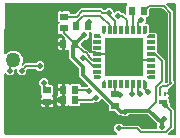
<source format=gbr>
G04 EAGLE Gerber RS-274X export*
G75*
%MOMM*%
%FSLAX34Y34*%
%LPD*%
%INBottom Copper*%
%IPPOS*%
%AMOC8*
5,1,8,0,0,1.08239X$1,22.5*%
G01*
%ADD10R,0.600000X0.700000*%
%ADD11R,0.700000X0.600000*%
%ADD12C,1.270000*%
%ADD13R,0.650000X0.300000*%
%ADD14R,0.500000X0.300000*%
%ADD15R,0.300000X0.650000*%
%ADD16R,0.300000X0.500000*%
%ADD17R,3.200000X3.200000*%
%ADD18R,0.250000X0.400000*%
%ADD19R,0.700000X0.400000*%
%ADD20C,0.508000*%
%ADD21C,0.152400*%
%ADD22C,0.304800*%

G36*
X96878Y2044D02*
X96878Y2044D01*
X96950Y2046D01*
X96998Y2064D01*
X97050Y2072D01*
X97113Y2106D01*
X97181Y2131D01*
X97221Y2163D01*
X97267Y2188D01*
X97317Y2240D01*
X97373Y2284D01*
X97401Y2328D01*
X97437Y2366D01*
X97467Y2431D01*
X97506Y2491D01*
X97518Y2542D01*
X97540Y2589D01*
X97548Y2660D01*
X97566Y2730D01*
X97562Y2782D01*
X97567Y2833D01*
X97552Y2904D01*
X97546Y2975D01*
X97526Y3023D01*
X97515Y3074D01*
X97478Y3135D01*
X97450Y3201D01*
X97405Y3257D01*
X97389Y3285D01*
X97371Y3300D01*
X97345Y3332D01*
X94995Y5682D01*
X94995Y9050D01*
X97376Y11431D01*
X100744Y11431D01*
X102299Y9876D01*
X102373Y9823D01*
X102442Y9763D01*
X102472Y9751D01*
X102498Y9732D01*
X102585Y9705D01*
X102670Y9671D01*
X102711Y9667D01*
X102734Y9660D01*
X102766Y9661D01*
X102837Y9653D01*
X115534Y9653D01*
X118359Y6828D01*
X118433Y6775D01*
X118503Y6715D01*
X118533Y6703D01*
X118559Y6684D01*
X118646Y6657D01*
X118731Y6623D01*
X118772Y6619D01*
X118794Y6612D01*
X118826Y6613D01*
X118898Y6605D01*
X130810Y6605D01*
X130830Y6608D01*
X130849Y6606D01*
X130951Y6628D01*
X131053Y6644D01*
X131070Y6654D01*
X131090Y6658D01*
X131179Y6711D01*
X131270Y6760D01*
X131284Y6774D01*
X131301Y6784D01*
X131368Y6863D01*
X131440Y6938D01*
X131448Y6956D01*
X131461Y6971D01*
X131500Y7067D01*
X131543Y7161D01*
X131545Y7181D01*
X131553Y7199D01*
X131571Y7366D01*
X131571Y10615D01*
X131608Y10667D01*
X131614Y10686D01*
X131625Y10703D01*
X131650Y10803D01*
X131681Y10902D01*
X131680Y10922D01*
X131685Y10941D01*
X131677Y11044D01*
X131674Y11148D01*
X131667Y11166D01*
X131666Y11186D01*
X131625Y11281D01*
X131590Y11379D01*
X131577Y11394D01*
X131570Y11413D01*
X131465Y11544D01*
X123928Y19080D01*
X123854Y19133D01*
X123785Y19193D01*
X123755Y19205D01*
X123728Y19224D01*
X123641Y19251D01*
X123557Y19285D01*
X123516Y19289D01*
X123493Y19296D01*
X123461Y19295D01*
X123390Y19303D01*
X107917Y19303D01*
X107827Y19289D01*
X107736Y19281D01*
X107706Y19269D01*
X107674Y19264D01*
X107594Y19221D01*
X107510Y19185D01*
X107478Y19159D01*
X107457Y19148D01*
X107435Y19125D01*
X107379Y19080D01*
X105824Y17525D01*
X102456Y17525D01*
X101663Y18318D01*
X101589Y18371D01*
X101520Y18431D01*
X101490Y18443D01*
X101464Y18462D01*
X101377Y18489D01*
X101292Y18523D01*
X101251Y18527D01*
X101228Y18534D01*
X101196Y18533D01*
X101125Y18541D01*
X99455Y18541D01*
X96002Y21994D01*
X95928Y22047D01*
X95859Y22107D01*
X95829Y22119D01*
X95802Y22138D01*
X95715Y22165D01*
X95631Y22199D01*
X95590Y22203D01*
X95567Y22210D01*
X95535Y22209D01*
X95464Y22217D01*
X91434Y22217D01*
X90541Y23110D01*
X90541Y26244D01*
X90527Y26334D01*
X90519Y26425D01*
X90507Y26455D01*
X90502Y26487D01*
X90459Y26567D01*
X90423Y26651D01*
X90397Y26683D01*
X90386Y26704D01*
X90363Y26726D01*
X90318Y26782D01*
X84866Y32234D01*
X84808Y32276D01*
X84756Y32325D01*
X84709Y32347D01*
X84667Y32378D01*
X84598Y32399D01*
X84533Y32429D01*
X84481Y32435D01*
X84431Y32450D01*
X84360Y32448D01*
X84289Y32456D01*
X84238Y32445D01*
X84186Y32444D01*
X84118Y32419D01*
X84048Y32404D01*
X84003Y32377D01*
X83955Y32359D01*
X83899Y32314D01*
X83837Y32278D01*
X83803Y32238D01*
X83763Y32206D01*
X83724Y32145D01*
X83677Y32091D01*
X83658Y32042D01*
X83630Y31999D01*
X83612Y31929D01*
X83585Y31863D01*
X81186Y29463D01*
X78225Y29463D01*
X78134Y29449D01*
X78044Y29441D01*
X78014Y29429D01*
X77982Y29424D01*
X77901Y29381D01*
X77817Y29345D01*
X77785Y29319D01*
X77764Y29308D01*
X77742Y29285D01*
X77741Y29284D01*
X77739Y29283D01*
X77737Y29281D01*
X77686Y29240D01*
X77337Y28891D01*
X66850Y28891D01*
X66830Y28888D01*
X66811Y28890D01*
X66709Y28868D01*
X66607Y28852D01*
X66590Y28842D01*
X66570Y28838D01*
X66481Y28785D01*
X66390Y28736D01*
X66376Y28722D01*
X66359Y28712D01*
X66292Y28633D01*
X66220Y28558D01*
X66212Y28540D01*
X66199Y28525D01*
X66160Y28429D01*
X66117Y28335D01*
X66115Y28315D01*
X66107Y28297D01*
X66089Y28130D01*
X66089Y27046D01*
X65196Y26153D01*
X57932Y26153D01*
X57077Y27009D01*
X57039Y27036D01*
X57008Y27070D01*
X56940Y27107D01*
X56877Y27153D01*
X56833Y27166D01*
X56793Y27188D01*
X56716Y27202D01*
X56642Y27225D01*
X56596Y27224D01*
X56551Y27232D01*
X56474Y27221D01*
X56396Y27219D01*
X56353Y27203D01*
X56307Y27196D01*
X56238Y27161D01*
X56165Y27134D01*
X56129Y27106D01*
X56088Y27085D01*
X56034Y27029D01*
X55973Y26981D01*
X55948Y26942D01*
X55916Y26909D01*
X55872Y26830D01*
X55428Y26385D01*
X54867Y26153D01*
X53063Y26153D01*
X53063Y30440D01*
X53060Y30459D01*
X53062Y30479D01*
X53040Y30581D01*
X53024Y30683D01*
X53014Y30700D01*
X53010Y30720D01*
X52957Y30809D01*
X52908Y30900D01*
X52894Y30914D01*
X52884Y30931D01*
X52805Y30998D01*
X52730Y31069D01*
X52712Y31078D01*
X52697Y31091D01*
X52601Y31129D01*
X52507Y31173D01*
X52487Y31175D01*
X52469Y31182D01*
X52545Y31195D01*
X52562Y31204D01*
X52582Y31208D01*
X52671Y31261D01*
X52762Y31310D01*
X52776Y31324D01*
X52793Y31334D01*
X52860Y31413D01*
X52932Y31488D01*
X52940Y31506D01*
X52953Y31521D01*
X52992Y31618D01*
X53035Y31711D01*
X53037Y31731D01*
X53045Y31749D01*
X53063Y31916D01*
X53063Y36242D01*
X53067Y36242D01*
X53084Y36252D01*
X53104Y36256D01*
X53193Y36309D01*
X53284Y36358D01*
X53298Y36372D01*
X53315Y36382D01*
X53382Y36461D01*
X53454Y36536D01*
X53462Y36554D01*
X53475Y36569D01*
X53514Y36665D01*
X53557Y36759D01*
X53559Y36779D01*
X53567Y36797D01*
X53585Y36964D01*
X53585Y39504D01*
X53582Y39523D01*
X53584Y39543D01*
X53562Y39645D01*
X53546Y39747D01*
X53536Y39764D01*
X53532Y39784D01*
X53479Y39873D01*
X53430Y39964D01*
X53416Y39978D01*
X53406Y39995D01*
X53327Y40062D01*
X53252Y40133D01*
X53234Y40142D01*
X53219Y40155D01*
X53123Y40193D01*
X53029Y40237D01*
X53009Y40239D01*
X52991Y40246D01*
X53067Y40259D01*
X53084Y40268D01*
X53104Y40272D01*
X53193Y40325D01*
X53284Y40374D01*
X53298Y40388D01*
X53315Y40398D01*
X53382Y40477D01*
X53454Y40552D01*
X53462Y40570D01*
X53475Y40585D01*
X53514Y40682D01*
X53557Y40775D01*
X53559Y40795D01*
X53567Y40813D01*
X53585Y40980D01*
X53585Y45267D01*
X55389Y45267D01*
X55950Y45035D01*
X56390Y44594D01*
X56397Y44576D01*
X56445Y44515D01*
X56487Y44449D01*
X56522Y44420D01*
X56551Y44384D01*
X56616Y44342D01*
X56676Y44292D01*
X56719Y44276D01*
X56758Y44251D01*
X56833Y44232D01*
X56906Y44204D01*
X56952Y44202D01*
X56996Y44191D01*
X57074Y44197D01*
X57151Y44193D01*
X57196Y44206D01*
X57241Y44210D01*
X57313Y44240D01*
X57388Y44262D01*
X57425Y44288D01*
X57468Y44306D01*
X57574Y44391D01*
X57590Y44402D01*
X57593Y44406D01*
X57599Y44411D01*
X58454Y45267D01*
X65718Y45267D01*
X66611Y44374D01*
X66611Y43290D01*
X66614Y43270D01*
X66612Y43251D01*
X66634Y43149D01*
X66650Y43047D01*
X66660Y43030D01*
X66664Y43010D01*
X66717Y42921D01*
X66766Y42830D01*
X66780Y42816D01*
X66790Y42799D01*
X66869Y42732D01*
X66944Y42660D01*
X66962Y42652D01*
X66977Y42639D01*
X67073Y42600D01*
X67167Y42557D01*
X67187Y42555D01*
X67205Y42547D01*
X67372Y42529D01*
X71771Y42529D01*
X71861Y42543D01*
X71952Y42551D01*
X71982Y42563D01*
X72014Y42568D01*
X72094Y42611D01*
X72178Y42647D01*
X72210Y42673D01*
X72231Y42684D01*
X72253Y42707D01*
X72309Y42752D01*
X72509Y42951D01*
X72527Y42958D01*
X72579Y42966D01*
X72642Y43000D01*
X72709Y43025D01*
X72750Y43057D01*
X72796Y43082D01*
X72845Y43134D01*
X72901Y43178D01*
X72930Y43222D01*
X72965Y43260D01*
X72996Y43325D01*
X73034Y43385D01*
X73047Y43436D01*
X73069Y43483D01*
X73077Y43554D01*
X73094Y43624D01*
X73090Y43676D01*
X73096Y43727D01*
X73081Y43798D01*
X73075Y43869D01*
X73055Y43917D01*
X73044Y43968D01*
X73007Y44029D01*
X72979Y44095D01*
X72934Y44151D01*
X72918Y44179D01*
X72900Y44194D01*
X72874Y44226D01*
X67540Y49560D01*
X65531Y51569D01*
X65531Y57858D01*
X65517Y57948D01*
X65509Y58039D01*
X65497Y58069D01*
X65492Y58101D01*
X65449Y58181D01*
X65413Y58265D01*
X65387Y58297D01*
X65376Y58318D01*
X65353Y58340D01*
X65308Y58396D01*
X56895Y66809D01*
X56895Y73456D01*
X56888Y73501D01*
X56890Y73547D01*
X56868Y73622D01*
X56856Y73699D01*
X56834Y73739D01*
X56821Y73783D01*
X56777Y73847D01*
X56740Y73916D01*
X56707Y73948D01*
X56681Y73985D01*
X56619Y74032D01*
X56562Y74085D01*
X56520Y74105D01*
X56484Y74132D01*
X56410Y74156D01*
X56339Y74189D01*
X56293Y74194D01*
X56250Y74208D01*
X56172Y74208D01*
X56095Y74216D01*
X56050Y74206D01*
X56004Y74206D01*
X55872Y74168D01*
X55854Y74164D01*
X55850Y74161D01*
X55843Y74159D01*
X55355Y73957D01*
X53551Y73957D01*
X53551Y78244D01*
X53548Y78263D01*
X53550Y78283D01*
X53528Y78385D01*
X53512Y78487D01*
X53502Y78504D01*
X53498Y78524D01*
X53445Y78613D01*
X53396Y78704D01*
X53382Y78718D01*
X53372Y78735D01*
X53293Y78802D01*
X53218Y78873D01*
X53200Y78882D01*
X53185Y78895D01*
X53089Y78933D01*
X52995Y78977D01*
X52975Y78979D01*
X52957Y78986D01*
X53033Y78999D01*
X53050Y79008D01*
X53070Y79012D01*
X53159Y79065D01*
X53250Y79114D01*
X53264Y79128D01*
X53281Y79138D01*
X53348Y79217D01*
X53420Y79292D01*
X53428Y79310D01*
X53441Y79325D01*
X53480Y79422D01*
X53523Y79515D01*
X53525Y79535D01*
X53533Y79553D01*
X53551Y79720D01*
X53551Y83933D01*
X53537Y84024D01*
X53529Y84114D01*
X53517Y84144D01*
X53512Y84176D01*
X53469Y84257D01*
X53433Y84341D01*
X53407Y84373D01*
X53396Y84394D01*
X53373Y84416D01*
X53328Y84472D01*
X50520Y87280D01*
X50446Y87333D01*
X50376Y87393D01*
X50346Y87405D01*
X50320Y87424D01*
X50233Y87451D01*
X50148Y87485D01*
X50107Y87489D01*
X50085Y87496D01*
X50053Y87495D01*
X49981Y87503D01*
X48700Y87503D01*
X47807Y88396D01*
X47807Y95660D01*
X48637Y96490D01*
X48649Y96506D01*
X48665Y96518D01*
X48721Y96606D01*
X48781Y96689D01*
X48787Y96708D01*
X48798Y96725D01*
X48823Y96826D01*
X48853Y96925D01*
X48853Y96944D01*
X48858Y96964D01*
X48850Y97067D01*
X48847Y97170D01*
X48840Y97189D01*
X48839Y97209D01*
X48798Y97304D01*
X48763Y97401D01*
X48750Y97417D01*
X48742Y97435D01*
X48637Y97566D01*
X47807Y98396D01*
X47807Y105660D01*
X48700Y106553D01*
X56964Y106553D01*
X57857Y105660D01*
X57857Y105076D01*
X57860Y105056D01*
X57858Y105037D01*
X57880Y104935D01*
X57896Y104833D01*
X57906Y104816D01*
X57910Y104796D01*
X57963Y104707D01*
X58012Y104616D01*
X58026Y104602D01*
X58036Y104585D01*
X58115Y104518D01*
X58190Y104446D01*
X58208Y104438D01*
X58223Y104425D01*
X58319Y104386D01*
X58413Y104343D01*
X58433Y104341D01*
X58451Y104333D01*
X58618Y104315D01*
X61903Y104315D01*
X61994Y104329D01*
X62084Y104337D01*
X62114Y104349D01*
X62146Y104354D01*
X62227Y104397D01*
X62311Y104433D01*
X62343Y104459D01*
X62364Y104470D01*
X62386Y104493D01*
X62442Y104538D01*
X66871Y108967D01*
X84506Y108967D01*
X85807Y107666D01*
X85881Y107613D01*
X85950Y107553D01*
X85980Y107541D01*
X86006Y107522D01*
X86094Y107495D01*
X86178Y107461D01*
X86219Y107457D01*
X86242Y107450D01*
X86274Y107451D01*
X86345Y107443D01*
X86647Y107443D01*
X86737Y107457D01*
X86828Y107465D01*
X86858Y107477D01*
X86890Y107482D01*
X86970Y107525D01*
X87054Y107561D01*
X87086Y107587D01*
X87107Y107598D01*
X87129Y107621D01*
X87185Y107666D01*
X88740Y109221D01*
X92108Y109221D01*
X94489Y106840D01*
X94489Y106139D01*
X94500Y106068D01*
X94502Y105996D01*
X94520Y105948D01*
X94528Y105896D01*
X94562Y105833D01*
X94587Y105765D01*
X94619Y105725D01*
X94644Y105679D01*
X94696Y105629D01*
X94740Y105573D01*
X94784Y105545D01*
X94822Y105509D01*
X94887Y105479D01*
X94947Y105440D01*
X94998Y105428D01*
X95045Y105406D01*
X95116Y105398D01*
X95186Y105380D01*
X95238Y105384D01*
X95289Y105379D01*
X95360Y105394D01*
X95431Y105400D01*
X95479Y105420D01*
X95530Y105431D01*
X95591Y105468D01*
X95657Y105496D01*
X95713Y105541D01*
X95741Y105557D01*
X95756Y105575D01*
X95788Y105601D01*
X96868Y106681D01*
X100236Y106681D01*
X101791Y105126D01*
X101865Y105073D01*
X101934Y105013D01*
X101964Y105001D01*
X101990Y104982D01*
X102077Y104955D01*
X102162Y104921D01*
X102203Y104917D01*
X102226Y104910D01*
X102258Y104911D01*
X102329Y104903D01*
X103055Y104903D01*
X104194Y103764D01*
X104252Y103722D01*
X104304Y103673D01*
X104351Y103651D01*
X104393Y103621D01*
X104462Y103600D01*
X104527Y103569D01*
X104579Y103564D01*
X104629Y103548D01*
X104700Y103550D01*
X104771Y103542D01*
X104822Y103553D01*
X104874Y103555D01*
X104942Y103579D01*
X105012Y103594D01*
X105057Y103621D01*
X105105Y103639D01*
X105161Y103684D01*
X105223Y103721D01*
X105257Y103760D01*
X105297Y103793D01*
X105336Y103853D01*
X105383Y103908D01*
X105402Y103956D01*
X105430Y104000D01*
X105448Y104069D01*
X105475Y104136D01*
X105483Y104207D01*
X105491Y104238D01*
X105489Y104262D01*
X105493Y104302D01*
X105493Y111234D01*
X106095Y111836D01*
X106137Y111894D01*
X106187Y111946D01*
X106209Y111993D01*
X106239Y112035D01*
X106260Y112104D01*
X106290Y112169D01*
X106296Y112221D01*
X106311Y112271D01*
X106309Y112342D01*
X106317Y112413D01*
X106306Y112464D01*
X106305Y112516D01*
X106280Y112584D01*
X106265Y112654D01*
X106238Y112699D01*
X106221Y112747D01*
X106176Y112803D01*
X106139Y112865D01*
X106099Y112899D01*
X106067Y112939D01*
X106007Y112978D01*
X105952Y113025D01*
X105904Y113044D01*
X105860Y113072D01*
X105790Y113090D01*
X105724Y113117D01*
X105653Y113125D01*
X105621Y113133D01*
X105598Y113131D01*
X105557Y113135D01*
X3042Y113135D01*
X3023Y113132D01*
X3004Y113134D01*
X2902Y113112D01*
X2799Y113096D01*
X2782Y113087D01*
X2764Y113083D01*
X2674Y113029D01*
X2582Y112980D01*
X2569Y112967D01*
X2552Y112957D01*
X2484Y112878D01*
X2412Y112802D01*
X2404Y112785D01*
X2392Y112770D01*
X2353Y112673D01*
X2309Y112579D01*
X2307Y112560D01*
X2299Y112542D01*
X2281Y112376D01*
X2189Y70791D01*
X2200Y70719D01*
X2202Y70647D01*
X2220Y70599D01*
X2228Y70548D01*
X2262Y70484D01*
X2287Y70416D01*
X2319Y70376D01*
X2343Y70330D01*
X2395Y70280D01*
X2440Y70224D01*
X2484Y70196D01*
X2521Y70161D01*
X2586Y70130D01*
X2647Y70091D01*
X2697Y70078D01*
X2743Y70057D01*
X2816Y70048D01*
X2886Y70031D01*
X2937Y70035D01*
X2988Y70029D01*
X3059Y70044D01*
X3131Y70050D01*
X3178Y70070D01*
X3228Y70081D01*
X3291Y70118D01*
X3357Y70146D01*
X3412Y70190D01*
X3440Y70206D01*
X3455Y70225D01*
X3488Y70251D01*
X5191Y71954D01*
X8086Y73153D01*
X11218Y73153D01*
X14113Y71954D01*
X16328Y69739D01*
X17527Y66844D01*
X17527Y63712D01*
X16639Y61568D01*
X16617Y61473D01*
X16588Y61380D01*
X16589Y61354D01*
X16583Y61328D01*
X16592Y61232D01*
X16594Y61134D01*
X16603Y61110D01*
X16606Y61083D01*
X16645Y60994D01*
X16679Y60903D01*
X16695Y60883D01*
X16706Y60859D01*
X16772Y60787D01*
X16832Y60711D01*
X16854Y60697D01*
X16872Y60678D01*
X16957Y60631D01*
X17039Y60578D01*
X17065Y60572D01*
X17088Y60559D01*
X17184Y60542D01*
X17278Y60518D01*
X17304Y60520D01*
X17330Y60515D01*
X17426Y60530D01*
X17523Y60537D01*
X17547Y60547D01*
X17573Y60551D01*
X17660Y60595D01*
X17749Y60633D01*
X17775Y60654D01*
X17792Y60663D01*
X17815Y60686D01*
X17880Y60738D01*
X19627Y62485D01*
X28227Y62485D01*
X28317Y62499D01*
X28408Y62507D01*
X28438Y62519D01*
X28470Y62524D01*
X28550Y62567D01*
X28634Y62603D01*
X28666Y62629D01*
X28687Y62640D01*
X28709Y62663D01*
X28765Y62708D01*
X30320Y64263D01*
X33688Y64263D01*
X36069Y61882D01*
X36069Y58514D01*
X33688Y56133D01*
X30320Y56133D01*
X28765Y57688D01*
X28691Y57741D01*
X28622Y57801D01*
X28592Y57813D01*
X28566Y57832D01*
X28479Y57859D01*
X28394Y57893D01*
X28353Y57897D01*
X28330Y57904D01*
X28298Y57903D01*
X28227Y57911D01*
X21837Y57911D01*
X21746Y57897D01*
X21656Y57889D01*
X21626Y57877D01*
X21594Y57872D01*
X21513Y57829D01*
X21429Y57793D01*
X21397Y57767D01*
X21376Y57756D01*
X21354Y57733D01*
X21298Y57688D01*
X21052Y57442D01*
X20999Y57368D01*
X20939Y57298D01*
X20927Y57268D01*
X20908Y57242D01*
X20881Y57155D01*
X20847Y57070D01*
X20843Y57029D01*
X20836Y57007D01*
X20837Y56975D01*
X20829Y56903D01*
X20829Y54704D01*
X18448Y52323D01*
X15080Y52323D01*
X12699Y54704D01*
X12699Y56877D01*
X12692Y56923D01*
X12694Y56969D01*
X12672Y57043D01*
X12660Y57120D01*
X12638Y57161D01*
X12625Y57205D01*
X12581Y57269D01*
X12544Y57338D01*
X12511Y57369D01*
X12485Y57407D01*
X12422Y57453D01*
X12366Y57507D01*
X12324Y57526D01*
X12288Y57554D01*
X12214Y57578D01*
X12143Y57611D01*
X12097Y57616D01*
X12054Y57630D01*
X11976Y57629D01*
X11899Y57638D01*
X11854Y57628D01*
X11808Y57627D01*
X11676Y57589D01*
X11658Y57585D01*
X11654Y57583D01*
X11647Y57581D01*
X11139Y57370D01*
X11039Y57309D01*
X10939Y57249D01*
X10935Y57244D01*
X10930Y57241D01*
X10855Y57151D01*
X10779Y57062D01*
X10777Y57056D01*
X10773Y57051D01*
X10731Y56943D01*
X10687Y56834D01*
X10686Y56826D01*
X10685Y56822D01*
X10684Y56803D01*
X10669Y56667D01*
X10669Y54704D01*
X8288Y52323D01*
X4920Y52323D01*
X3450Y53794D01*
X3392Y53835D01*
X3341Y53884D01*
X3293Y53907D01*
X3250Y53937D01*
X3182Y53958D01*
X3118Y53988D01*
X3065Y53994D01*
X3015Y54010D01*
X2944Y54008D01*
X2874Y54016D01*
X2822Y54005D01*
X2769Y54003D01*
X2702Y53979D01*
X2633Y53964D01*
X2588Y53937D01*
X2538Y53919D01*
X2483Y53875D01*
X2422Y53839D01*
X2387Y53798D01*
X2346Y53765D01*
X2308Y53706D01*
X2261Y53652D01*
X2242Y53603D01*
X2213Y53558D01*
X2196Y53490D01*
X2169Y53424D01*
X2161Y53351D01*
X2153Y53320D01*
X2155Y53297D01*
X2150Y53257D01*
X2039Y2796D01*
X2042Y2775D01*
X2040Y2755D01*
X2062Y2654D01*
X2078Y2553D01*
X2088Y2535D01*
X2092Y2514D01*
X2145Y2426D01*
X2193Y2335D01*
X2208Y2321D01*
X2218Y2303D01*
X2296Y2236D01*
X2371Y2165D01*
X2389Y2157D01*
X2405Y2143D01*
X2501Y2105D01*
X2594Y2061D01*
X2614Y2059D01*
X2633Y2051D01*
X2800Y2033D01*
X96807Y2033D01*
X96878Y2044D01*
G37*
G36*
X139036Y45481D02*
X139036Y45481D01*
X139126Y45489D01*
X139156Y45501D01*
X139188Y45506D01*
X139269Y45549D01*
X139353Y45585D01*
X139385Y45611D01*
X139406Y45622D01*
X139428Y45645D01*
X139484Y45690D01*
X140238Y46444D01*
X140286Y46510D01*
X140293Y46518D01*
X140296Y46523D01*
X140351Y46588D01*
X140363Y46618D01*
X140382Y46644D01*
X140409Y46731D01*
X140443Y46816D01*
X140447Y46857D01*
X140454Y46879D01*
X140453Y46911D01*
X140461Y46983D01*
X140461Y104147D01*
X140447Y104238D01*
X140439Y104328D01*
X140427Y104358D01*
X140422Y104390D01*
X140379Y104471D01*
X140343Y104555D01*
X140317Y104587D01*
X140306Y104608D01*
X140283Y104630D01*
X140238Y104686D01*
X136182Y108742D01*
X136108Y108795D01*
X136038Y108855D01*
X136008Y108867D01*
X135982Y108886D01*
X135895Y108913D01*
X135810Y108947D01*
X135769Y108951D01*
X135747Y108958D01*
X135715Y108957D01*
X135643Y108965D01*
X125431Y108965D01*
X125340Y108951D01*
X125250Y108943D01*
X125220Y108931D01*
X125188Y108926D01*
X125107Y108883D01*
X125023Y108847D01*
X124991Y108821D01*
X124970Y108810D01*
X124948Y108787D01*
X124892Y108742D01*
X124766Y108616D01*
X124713Y108542D01*
X124653Y108472D01*
X124641Y108442D01*
X124622Y108416D01*
X124595Y108329D01*
X124561Y108244D01*
X124557Y108203D01*
X124550Y108181D01*
X124551Y108149D01*
X124543Y108077D01*
X124543Y102970D01*
X123650Y102077D01*
X122933Y102077D01*
X122903Y102072D01*
X122897Y102073D01*
X122861Y102066D01*
X122860Y102065D01*
X122787Y102063D01*
X122740Y102046D01*
X122690Y102038D01*
X122661Y102022D01*
X122656Y102021D01*
X122635Y102008D01*
X122625Y102003D01*
X122556Y101977D01*
X122517Y101946D01*
X122473Y101922D01*
X122448Y101897D01*
X122445Y101895D01*
X122432Y101879D01*
X122422Y101869D01*
X122365Y101823D01*
X122338Y101780D01*
X122303Y101744D01*
X122288Y101712D01*
X122285Y101708D01*
X122276Y101684D01*
X122272Y101677D01*
X122233Y101615D01*
X122221Y101567D01*
X122200Y101521D01*
X122196Y101487D01*
X122193Y101480D01*
X122188Y101433D01*
X122174Y101376D01*
X122177Y101337D01*
X122175Y101313D01*
X122175Y101295D01*
X122173Y101277D01*
X122175Y101267D01*
X122175Y97630D01*
X121345Y96800D01*
X121303Y96742D01*
X121253Y96690D01*
X121231Y96643D01*
X121201Y96601D01*
X121180Y96532D01*
X121150Y96467D01*
X121144Y96415D01*
X121129Y96365D01*
X121131Y96294D01*
X121123Y96223D01*
X121134Y96172D01*
X121135Y96120D01*
X121160Y96052D01*
X121175Y95982D01*
X121202Y95937D01*
X121220Y95889D01*
X121264Y95832D01*
X121301Y95771D01*
X121341Y95737D01*
X121373Y95697D01*
X121434Y95658D01*
X121488Y95611D01*
X121536Y95592D01*
X121580Y95564D01*
X121650Y95546D01*
X121716Y95519D01*
X121787Y95511D01*
X121819Y95503D01*
X121842Y95505D01*
X121883Y95501D01*
X123248Y95501D01*
X124141Y94608D01*
X124141Y89262D01*
X124144Y89242D01*
X124142Y89223D01*
X124164Y89121D01*
X124180Y89019D01*
X124190Y89002D01*
X124194Y88982D01*
X124247Y88893D01*
X124296Y88802D01*
X124310Y88788D01*
X124320Y88771D01*
X124399Y88704D01*
X124474Y88632D01*
X124492Y88624D01*
X124507Y88611D01*
X124603Y88572D01*
X124697Y88529D01*
X124717Y88527D01*
X124735Y88519D01*
X124902Y88501D01*
X130248Y88501D01*
X131141Y87608D01*
X131141Y83240D01*
X131125Y83178D01*
X131095Y83079D01*
X131095Y83059D01*
X131090Y83040D01*
X131098Y82937D01*
X131101Y82834D01*
X131108Y82815D01*
X131109Y82795D01*
X131141Y82721D01*
X131141Y78240D01*
X131125Y78178D01*
X131095Y78079D01*
X131095Y78059D01*
X131090Y78040D01*
X131098Y77937D01*
X131101Y77834D01*
X131108Y77815D01*
X131109Y77795D01*
X131141Y77721D01*
X131141Y73240D01*
X131125Y73178D01*
X131095Y73079D01*
X131095Y73059D01*
X131090Y73040D01*
X131098Y72937D01*
X131101Y72834D01*
X131108Y72815D01*
X131109Y72795D01*
X131141Y72721D01*
X131141Y72560D01*
X131155Y72470D01*
X131163Y72379D01*
X131175Y72350D01*
X131180Y72318D01*
X131223Y72237D01*
X131259Y72153D01*
X131285Y72121D01*
X131296Y72100D01*
X131319Y72078D01*
X131364Y72022D01*
X132186Y71200D01*
X137923Y65463D01*
X137923Y46797D01*
X137892Y46766D01*
X137850Y46708D01*
X137800Y46656D01*
X137778Y46609D01*
X137748Y46567D01*
X137727Y46498D01*
X137697Y46433D01*
X137691Y46381D01*
X137676Y46331D01*
X137678Y46260D01*
X137670Y46189D01*
X137681Y46138D01*
X137682Y46086D01*
X137707Y46018D01*
X137722Y45948D01*
X137749Y45903D01*
X137767Y45855D01*
X137811Y45799D01*
X137848Y45737D01*
X137888Y45703D01*
X137920Y45663D01*
X137980Y45624D01*
X138035Y45577D01*
X138083Y45558D01*
X138127Y45530D01*
X138197Y45512D01*
X138263Y45485D01*
X138334Y45477D01*
X138366Y45469D01*
X138389Y45471D01*
X138430Y45467D01*
X138945Y45467D01*
X139036Y45481D01*
G37*
G36*
X146537Y2036D02*
X146537Y2036D01*
X146556Y2034D01*
X146658Y2056D01*
X146761Y2072D01*
X146778Y2081D01*
X146796Y2085D01*
X146886Y2139D01*
X146978Y2188D01*
X146991Y2201D01*
X147008Y2211D01*
X147076Y2290D01*
X147148Y2366D01*
X147156Y2383D01*
X147168Y2398D01*
X147207Y2495D01*
X147251Y2589D01*
X147253Y2608D01*
X147261Y2626D01*
X147279Y2792D01*
X147521Y112372D01*
X147518Y112393D01*
X147520Y112413D01*
X147498Y112514D01*
X147482Y112615D01*
X147472Y112633D01*
X147468Y112654D01*
X147415Y112742D01*
X147367Y112833D01*
X147352Y112847D01*
X147342Y112865D01*
X147264Y112932D01*
X147189Y113003D01*
X147171Y113011D01*
X147155Y113025D01*
X147059Y113063D01*
X146966Y113107D01*
X146946Y113109D01*
X146927Y113117D01*
X146760Y113135D01*
X140094Y113135D01*
X140024Y113124D01*
X139952Y113122D01*
X139903Y113104D01*
X139852Y113096D01*
X139788Y113062D01*
X139721Y113037D01*
X139680Y113005D01*
X139634Y112980D01*
X139585Y112928D01*
X139529Y112884D01*
X139501Y112840D01*
X139465Y112802D01*
X139435Y112737D01*
X139396Y112677D01*
X139383Y112626D01*
X139361Y112579D01*
X139353Y112508D01*
X139336Y112438D01*
X139340Y112386D01*
X139334Y112335D01*
X139349Y112264D01*
X139355Y112193D01*
X139375Y112145D01*
X139386Y112094D01*
X139423Y112033D01*
X139451Y111967D01*
X139496Y111911D01*
X139513Y111883D01*
X139530Y111868D01*
X139556Y111836D01*
X143472Y107920D01*
X145035Y106357D01*
X145035Y47999D01*
X145049Y47908D01*
X145057Y47818D01*
X145069Y47788D01*
X145074Y47756D01*
X145117Y47675D01*
X145153Y47591D01*
X145179Y47559D01*
X145190Y47538D01*
X145213Y47516D01*
X145258Y47460D01*
X145543Y47175D01*
X145543Y45281D01*
X141028Y40766D01*
X141017Y40750D01*
X141001Y40738D01*
X140945Y40650D01*
X140885Y40567D01*
X140879Y40548D01*
X140868Y40531D01*
X140843Y40430D01*
X140812Y40332D01*
X140813Y40312D01*
X140808Y40292D01*
X140816Y40189D01*
X140819Y40086D01*
X140826Y40067D01*
X140827Y40047D01*
X140868Y39952D01*
X140903Y39855D01*
X140916Y39839D01*
X140924Y39821D01*
X140985Y39744D01*
X141225Y39165D01*
X141225Y37623D01*
X138450Y37623D01*
X138431Y37620D01*
X138411Y37622D01*
X138310Y37600D01*
X138208Y37584D01*
X138190Y37574D01*
X138171Y37570D01*
X138081Y37517D01*
X137990Y37469D01*
X137977Y37454D01*
X137959Y37444D01*
X137892Y37365D01*
X137821Y37290D01*
X137812Y37272D01*
X137799Y37257D01*
X137761Y37161D01*
X137717Y37067D01*
X137715Y37047D01*
X137708Y37029D01*
X137689Y36862D01*
X137692Y36842D01*
X137690Y36823D01*
X137690Y36822D01*
X137712Y36721D01*
X137729Y36619D01*
X137738Y36602D01*
X137742Y36582D01*
X137796Y36493D01*
X137844Y36402D01*
X137858Y36388D01*
X137869Y36371D01*
X137947Y36304D01*
X138022Y36232D01*
X138040Y36224D01*
X138055Y36211D01*
X138152Y36172D01*
X138245Y36129D01*
X138265Y36127D01*
X138284Y36119D01*
X138450Y36101D01*
X141225Y36101D01*
X141225Y34559D01*
X140993Y33998D01*
X140895Y33900D01*
X140883Y33884D01*
X140867Y33872D01*
X140811Y33785D01*
X140751Y33701D01*
X140745Y33682D01*
X140734Y33665D01*
X140709Y33565D01*
X140679Y33466D01*
X140679Y33446D01*
X140674Y33426D01*
X140682Y33323D01*
X140685Y33220D01*
X140692Y33201D01*
X140693Y33181D01*
X140734Y33086D01*
X140769Y32989D01*
X140782Y32973D01*
X140790Y32955D01*
X140895Y32824D01*
X141225Y32494D01*
X141225Y30193D01*
X141228Y30176D01*
X141226Y30159D01*
X141240Y30093D01*
X141247Y30012D01*
X141259Y29982D01*
X141264Y29950D01*
X141276Y29929D01*
X141278Y29919D01*
X141304Y29876D01*
X141307Y29870D01*
X141343Y29786D01*
X141369Y29754D01*
X141380Y29733D01*
X141402Y29711D01*
X141404Y29708D01*
X141407Y29706D01*
X141448Y29655D01*
X141987Y29116D01*
X141987Y26917D01*
X142001Y26826D01*
X142009Y26736D01*
X142021Y26706D01*
X142026Y26674D01*
X142069Y26593D01*
X142105Y26509D01*
X142131Y26477D01*
X142142Y26456D01*
X142165Y26434D01*
X142210Y26378D01*
X145543Y23045D01*
X145543Y7943D01*
X143980Y6380D01*
X140932Y3332D01*
X140890Y3274D01*
X140841Y3222D01*
X140819Y3175D01*
X140789Y3133D01*
X140768Y3064D01*
X140737Y2999D01*
X140732Y2947D01*
X140716Y2897D01*
X140718Y2826D01*
X140710Y2755D01*
X140721Y2704D01*
X140723Y2652D01*
X140747Y2584D01*
X140762Y2514D01*
X140789Y2469D01*
X140807Y2421D01*
X140852Y2365D01*
X140889Y2303D01*
X140928Y2269D01*
X140961Y2229D01*
X141021Y2190D01*
X141076Y2143D01*
X141124Y2124D01*
X141168Y2096D01*
X141237Y2078D01*
X141304Y2051D01*
X141375Y2043D01*
X141406Y2035D01*
X141430Y2037D01*
X141470Y2033D01*
X146518Y2033D01*
X146537Y2036D01*
G37*
%LPC*%
G36*
X38337Y30779D02*
X38337Y30779D01*
X38328Y30796D01*
X38324Y30816D01*
X38271Y30905D01*
X38222Y30996D01*
X38208Y31010D01*
X38198Y31027D01*
X38119Y31094D01*
X38044Y31166D01*
X38026Y31174D01*
X38011Y31187D01*
X37914Y31226D01*
X37821Y31269D01*
X37801Y31271D01*
X37783Y31279D01*
X37616Y31297D01*
X33329Y31297D01*
X33329Y33101D01*
X33561Y33662D01*
X34002Y34102D01*
X34020Y34109D01*
X34067Y34146D01*
X34093Y34160D01*
X34104Y34172D01*
X34147Y34199D01*
X34176Y34234D01*
X34212Y34263D01*
X34254Y34328D01*
X34304Y34388D01*
X34320Y34431D01*
X34345Y34470D01*
X34364Y34545D01*
X34392Y34618D01*
X34394Y34664D01*
X34405Y34708D01*
X34399Y34786D01*
X34403Y34863D01*
X34390Y34908D01*
X34386Y34953D01*
X34356Y35025D01*
X34334Y35100D01*
X34308Y35137D01*
X34290Y35180D01*
X34205Y35286D01*
X34194Y35302D01*
X34190Y35305D01*
X34185Y35311D01*
X33329Y36166D01*
X33329Y41273D01*
X33315Y41364D01*
X33307Y41454D01*
X33295Y41484D01*
X33290Y41516D01*
X33247Y41597D01*
X33211Y41681D01*
X33185Y41713D01*
X33174Y41734D01*
X33151Y41756D01*
X33106Y41812D01*
X32967Y41951D01*
X32967Y42381D01*
X32964Y42400D01*
X32966Y42418D01*
X32951Y42487D01*
X32945Y42562D01*
X32933Y42592D01*
X32928Y42624D01*
X32917Y42643D01*
X32914Y42659D01*
X32880Y42715D01*
X32849Y42788D01*
X32823Y42820D01*
X32812Y42841D01*
X32795Y42858D01*
X32788Y42870D01*
X32775Y42881D01*
X32744Y42919D01*
X31189Y44474D01*
X31189Y47842D01*
X33570Y50223D01*
X36938Y50223D01*
X39319Y47842D01*
X39319Y45084D01*
X39322Y45064D01*
X39320Y45045D01*
X39342Y44943D01*
X39358Y44841D01*
X39368Y44824D01*
X39372Y44804D01*
X39425Y44715D01*
X39474Y44624D01*
X39488Y44610D01*
X39498Y44593D01*
X39577Y44526D01*
X39652Y44454D01*
X39670Y44446D01*
X39685Y44433D01*
X39781Y44394D01*
X39875Y44351D01*
X39895Y44349D01*
X39913Y44341D01*
X40080Y44323D01*
X42486Y44323D01*
X43379Y43430D01*
X43379Y36166D01*
X42523Y35311D01*
X42496Y35273D01*
X42462Y35242D01*
X42425Y35174D01*
X42379Y35111D01*
X42366Y35067D01*
X42344Y35027D01*
X42330Y34950D01*
X42307Y34876D01*
X42308Y34830D01*
X42300Y34785D01*
X42311Y34708D01*
X42313Y34630D01*
X42329Y34587D01*
X42336Y34541D01*
X42371Y34472D01*
X42398Y34399D01*
X42426Y34363D01*
X42447Y34322D01*
X42492Y34279D01*
X42493Y34276D01*
X42503Y34267D01*
X42551Y34207D01*
X42590Y34182D01*
X42623Y34150D01*
X42672Y34123D01*
X42680Y34116D01*
X42698Y34109D01*
X42702Y34106D01*
X43147Y33662D01*
X43379Y33101D01*
X43379Y31297D01*
X39092Y31297D01*
X39073Y31294D01*
X39053Y31296D01*
X38951Y31274D01*
X38849Y31258D01*
X38832Y31248D01*
X38812Y31244D01*
X38723Y31191D01*
X38632Y31142D01*
X38618Y31128D01*
X38601Y31118D01*
X38534Y31039D01*
X38463Y30964D01*
X38454Y30946D01*
X38441Y30931D01*
X38403Y30835D01*
X38359Y30741D01*
X38357Y30721D01*
X38350Y30703D01*
X38337Y30779D01*
G37*
%LPD*%
G36*
X75420Y71102D02*
X75420Y71102D01*
X75472Y71104D01*
X75540Y71128D01*
X75610Y71143D01*
X75655Y71170D01*
X75703Y71188D01*
X75759Y71233D01*
X75821Y71270D01*
X75855Y71309D01*
X75895Y71342D01*
X75934Y71402D01*
X75981Y71457D01*
X76000Y71505D01*
X76028Y71549D01*
X76046Y71618D01*
X76073Y71685D01*
X76081Y71756D01*
X76089Y71787D01*
X76087Y71811D01*
X76091Y71851D01*
X76091Y72279D01*
X76209Y72563D01*
X76218Y72602D01*
X76228Y72624D01*
X76233Y72665D01*
X76235Y72676D01*
X76264Y72790D01*
X76263Y72796D01*
X76265Y72802D01*
X76254Y72918D01*
X76245Y73035D01*
X76242Y73041D01*
X76242Y73047D01*
X76194Y73154D01*
X76148Y73261D01*
X76144Y73267D01*
X76142Y73272D01*
X76129Y73285D01*
X76091Y73333D01*
X76091Y77712D01*
X76107Y77774D01*
X76137Y77872D01*
X76137Y77892D01*
X76142Y77912D01*
X76134Y78015D01*
X76131Y78118D01*
X76124Y78137D01*
X76123Y78157D01*
X76091Y78230D01*
X76091Y82712D01*
X76107Y82774D01*
X76137Y82872D01*
X76137Y82892D01*
X76142Y82912D01*
X76134Y83015D01*
X76131Y83118D01*
X76124Y83137D01*
X76123Y83157D01*
X76091Y83230D01*
X76091Y87803D01*
X76101Y87836D01*
X76099Y87908D01*
X76107Y87979D01*
X76096Y88030D01*
X76095Y88082D01*
X76070Y88149D01*
X76055Y88220D01*
X76029Y88264D01*
X76011Y88313D01*
X75966Y88369D01*
X75929Y88431D01*
X75890Y88465D01*
X75857Y88505D01*
X75797Y88544D01*
X75742Y88591D01*
X75694Y88610D01*
X75651Y88638D01*
X75581Y88656D01*
X75514Y88683D01*
X75443Y88691D01*
X75412Y88698D01*
X75389Y88697D01*
X75347Y88701D01*
X74168Y88701D01*
X74148Y88698D01*
X74129Y88700D01*
X74027Y88678D01*
X73925Y88662D01*
X73908Y88652D01*
X73888Y88648D01*
X73799Y88595D01*
X73708Y88546D01*
X73694Y88532D01*
X73677Y88522D01*
X73610Y88443D01*
X73538Y88368D01*
X73530Y88350D01*
X73517Y88335D01*
X73478Y88239D01*
X73435Y88145D01*
X73433Y88125D01*
X73425Y88107D01*
X73407Y87940D01*
X73407Y84930D01*
X71026Y82549D01*
X70246Y82549D01*
X70156Y82535D01*
X70065Y82527D01*
X70035Y82515D01*
X70003Y82510D01*
X69923Y82467D01*
X69839Y82431D01*
X69807Y82405D01*
X69786Y82394D01*
X69764Y82371D01*
X69708Y82326D01*
X66800Y79418D01*
X66752Y79351D01*
X66748Y79347D01*
X66746Y79343D01*
X66687Y79275D01*
X66675Y79245D01*
X66656Y79218D01*
X66629Y79131D01*
X66595Y79047D01*
X66591Y79006D01*
X66584Y78983D01*
X66585Y78951D01*
X66577Y78880D01*
X66577Y78006D01*
X66591Y77916D01*
X66599Y77825D01*
X66611Y77796D01*
X66616Y77764D01*
X66659Y77683D01*
X66695Y77599D01*
X66721Y77567D01*
X66732Y77546D01*
X66755Y77524D01*
X66800Y77468D01*
X69940Y74328D01*
X70014Y74275D01*
X70084Y74215D01*
X70114Y74203D01*
X70140Y74184D01*
X70227Y74157D01*
X70312Y74123D01*
X70353Y74119D01*
X70375Y74112D01*
X70407Y74113D01*
X70478Y74105D01*
X72000Y74105D01*
X74604Y71501D01*
X74792Y71313D01*
X74850Y71271D01*
X74902Y71222D01*
X74949Y71200D01*
X74991Y71170D01*
X75060Y71149D01*
X75125Y71118D01*
X75177Y71113D01*
X75226Y71097D01*
X75298Y71099D01*
X75369Y71091D01*
X75420Y71102D01*
G37*
%LPC*%
G36*
X47039Y32677D02*
X47039Y32677D01*
X47039Y34981D01*
X47271Y35542D01*
X47379Y35650D01*
X47448Y35745D01*
X47517Y35838D01*
X47519Y35844D01*
X47523Y35849D01*
X47558Y35962D01*
X47594Y36072D01*
X47593Y36078D01*
X47595Y36084D01*
X47592Y36201D01*
X47591Y36318D01*
X47589Y36325D01*
X47589Y36330D01*
X47583Y36348D01*
X47561Y36421D01*
X47561Y38743D01*
X50587Y38743D01*
X50587Y35178D01*
X50583Y35178D01*
X50566Y35168D01*
X50546Y35164D01*
X50457Y35111D01*
X50366Y35062D01*
X50352Y35048D01*
X50335Y35038D01*
X50268Y34959D01*
X50196Y34884D01*
X50188Y34866D01*
X50175Y34851D01*
X50136Y34755D01*
X50093Y34661D01*
X50091Y34641D01*
X50083Y34623D01*
X50065Y34456D01*
X50065Y32677D01*
X47039Y32677D01*
G37*
%LPD*%
%LPC*%
G36*
X47527Y80481D02*
X47527Y80481D01*
X47527Y82785D01*
X47759Y83346D01*
X48188Y83775D01*
X48749Y84007D01*
X50553Y84007D01*
X50553Y80481D01*
X47527Y80481D01*
G37*
%LPD*%
%LPC*%
G36*
X47561Y41741D02*
X47561Y41741D01*
X47561Y44045D01*
X47793Y44606D01*
X48222Y45035D01*
X48783Y45267D01*
X50587Y45267D01*
X50587Y41741D01*
X47561Y41741D01*
G37*
%LPD*%
%LPC*%
G36*
X39853Y25273D02*
X39853Y25273D01*
X39853Y28299D01*
X43379Y28299D01*
X43379Y26495D01*
X43147Y25934D01*
X42718Y25505D01*
X42157Y25273D01*
X39853Y25273D01*
G37*
%LPD*%
%LPC*%
G36*
X34551Y25273D02*
X34551Y25273D01*
X33990Y25505D01*
X33561Y25934D01*
X33329Y26495D01*
X33329Y28299D01*
X36855Y28299D01*
X36855Y25273D01*
X34551Y25273D01*
G37*
%LPD*%
%LPC*%
G36*
X48749Y73957D02*
X48749Y73957D01*
X48188Y74189D01*
X47759Y74618D01*
X47527Y75179D01*
X47527Y77483D01*
X50553Y77483D01*
X50553Y73957D01*
X48749Y73957D01*
G37*
%LPD*%
%LPC*%
G36*
X48261Y26153D02*
X48261Y26153D01*
X47700Y26385D01*
X47271Y26814D01*
X47039Y27375D01*
X47039Y29679D01*
X50065Y29679D01*
X50065Y26153D01*
X48261Y26153D01*
G37*
%LPD*%
G36*
X87621Y87475D02*
X87621Y87475D01*
X87621Y87476D01*
X87621Y88976D01*
X87617Y88981D01*
X87616Y88981D01*
X84616Y88981D01*
X84615Y88980D01*
X84613Y88980D01*
X84613Y88978D01*
X84611Y88977D01*
X84613Y88975D01*
X84612Y88972D01*
X86112Y87472D01*
X86115Y87472D01*
X86116Y87471D01*
X87616Y87471D01*
X87621Y87475D01*
G37*
G36*
X124617Y48972D02*
X124617Y48972D01*
X124619Y48972D01*
X124619Y48974D01*
X124621Y48976D01*
X124621Y51976D01*
X124617Y51981D01*
X124616Y51981D01*
X123116Y51981D01*
X123111Y51977D01*
X123111Y51976D01*
X123111Y50476D01*
X123113Y50474D01*
X123112Y50472D01*
X124612Y48972D01*
X124614Y48972D01*
X124615Y48971D01*
X124617Y48972D01*
G37*
G36*
X124621Y83975D02*
X124621Y83975D01*
X124621Y83976D01*
X124621Y86976D01*
X124620Y86977D01*
X124620Y86979D01*
X124618Y86979D01*
X124617Y86981D01*
X124615Y86979D01*
X124612Y86980D01*
X123112Y85480D01*
X123112Y85478D01*
X123112Y85477D01*
X123111Y85476D01*
X123111Y83976D01*
X123115Y83971D01*
X123116Y83971D01*
X124616Y83971D01*
X124621Y83975D01*
G37*
G36*
X82617Y48973D02*
X82617Y48973D01*
X82620Y48972D01*
X84120Y50472D01*
X84120Y50475D01*
X84121Y50476D01*
X84121Y51976D01*
X84117Y51981D01*
X84116Y51981D01*
X82616Y51981D01*
X82611Y51977D01*
X82611Y51976D01*
X82611Y48976D01*
X82612Y48975D01*
X82612Y48973D01*
X82614Y48973D01*
X82615Y48971D01*
X82617Y48973D01*
G37*
G36*
X87621Y46975D02*
X87621Y46975D01*
X87621Y46976D01*
X87621Y48476D01*
X87617Y48481D01*
X87616Y48481D01*
X86116Y48481D01*
X86114Y48479D01*
X86112Y48480D01*
X84612Y46980D01*
X84612Y46978D01*
X84611Y46977D01*
X84612Y46975D01*
X84612Y46973D01*
X84614Y46973D01*
X84616Y46971D01*
X87616Y46971D01*
X87621Y46975D01*
G37*
G36*
X121118Y87473D02*
X121118Y87473D01*
X121120Y87472D01*
X122620Y88972D01*
X122620Y88974D01*
X122621Y88975D01*
X122620Y88977D01*
X122620Y88979D01*
X122618Y88979D01*
X122616Y88981D01*
X119616Y88981D01*
X119611Y88977D01*
X119611Y88976D01*
X119611Y87476D01*
X119615Y87471D01*
X119616Y87471D01*
X121116Y87471D01*
X121118Y87473D01*
G37*
G36*
X122617Y46972D02*
X122617Y46972D01*
X122619Y46972D01*
X122619Y46974D01*
X122621Y46975D01*
X122619Y46977D01*
X122620Y46980D01*
X121120Y48480D01*
X121117Y48480D01*
X121116Y48481D01*
X119616Y48481D01*
X119611Y48477D01*
X119611Y48476D01*
X119611Y46976D01*
X119615Y46971D01*
X119616Y46971D01*
X122616Y46971D01*
X122617Y46972D01*
G37*
G36*
X84121Y83975D02*
X84121Y83975D01*
X84121Y83976D01*
X84121Y85476D01*
X84119Y85478D01*
X84120Y85480D01*
X82620Y86980D01*
X82618Y86980D01*
X82617Y86981D01*
X82615Y86980D01*
X82613Y86980D01*
X82613Y86978D01*
X82611Y86976D01*
X82611Y83976D01*
X82615Y83971D01*
X82616Y83971D01*
X84116Y83971D01*
X84121Y83975D01*
G37*
D10*
X61564Y31178D03*
X51564Y31178D03*
D11*
X38354Y39798D03*
X38354Y29798D03*
D10*
X62086Y40242D03*
X52086Y40242D03*
D12*
X9652Y65278D03*
D13*
X126366Y70476D03*
X126366Y75476D03*
X126366Y80476D03*
D14*
X127116Y85476D03*
D13*
X126366Y65476D03*
X126366Y60476D03*
X126366Y55476D03*
D14*
X127116Y50476D03*
D15*
X106116Y45226D03*
X111116Y45226D03*
X116116Y45226D03*
D16*
X121116Y44476D03*
D15*
X101116Y45226D03*
X96116Y45226D03*
X91116Y45226D03*
D16*
X86116Y44476D03*
D13*
X80866Y65476D03*
X80866Y60476D03*
X80866Y55476D03*
D14*
X80116Y50476D03*
D13*
X80866Y70476D03*
X80866Y75476D03*
X80866Y80476D03*
D14*
X80116Y85476D03*
D15*
X101116Y90726D03*
X96116Y90726D03*
X91116Y90726D03*
D16*
X86116Y91476D03*
D15*
X106116Y90726D03*
X111116Y90726D03*
X116116Y90726D03*
D16*
X121116Y91476D03*
D17*
X103616Y67976D03*
D10*
X110018Y107102D03*
X120018Y107102D03*
X63072Y93726D03*
X73072Y93726D03*
X62052Y78982D03*
X52052Y78982D03*
D11*
X95566Y36742D03*
X95566Y26742D03*
D18*
X138450Y36862D03*
X133950Y36862D03*
D19*
X136200Y29862D03*
D11*
X52832Y102028D03*
X52832Y92028D03*
D20*
X79502Y33528D03*
D21*
X76390Y31178D02*
X61564Y31178D01*
X78740Y33528D02*
X79502Y33528D01*
X78740Y33528D02*
X76390Y31178D01*
D20*
X48714Y31174D03*
X53594Y57658D03*
X61214Y57658D03*
X53594Y65278D03*
X8254Y102158D03*
X19254Y16682D03*
X19254Y7714D03*
X8730Y7714D03*
X8730Y16428D03*
X98428Y74158D03*
D21*
X100608Y70476D02*
X80866Y70476D01*
X100608Y70476D02*
X103616Y67976D01*
D22*
X103086Y67976D01*
X100714Y70348D01*
X100714Y71872D02*
X98428Y74158D01*
X100714Y71872D02*
X100714Y70348D01*
D21*
X109926Y65476D02*
X126366Y65476D01*
X109926Y65476D02*
X109728Y65278D01*
X105806Y65278D01*
X103616Y67976D01*
D20*
X123952Y14478D03*
X119634Y9144D03*
D21*
X51564Y31178D02*
X48718Y31178D01*
X48714Y31174D01*
D20*
X77470Y8382D03*
X60706Y21336D03*
X142240Y37338D03*
X129286Y105410D03*
X98552Y80772D03*
X73152Y76708D03*
D21*
X74634Y76708D01*
X79652Y71690D02*
X80866Y70476D01*
X79652Y71690D02*
X76669Y71690D01*
X75330Y73029D01*
X75330Y76012D01*
X74634Y76708D01*
D20*
X29254Y89158D03*
X41148Y108204D03*
X51054Y108458D03*
X61468Y108458D03*
X35254Y46158D03*
D21*
X35254Y42898D02*
X38354Y39798D01*
X35254Y42898D02*
X35254Y46158D01*
D20*
X74168Y38862D03*
D21*
X72788Y40242D02*
X62086Y40242D01*
X72788Y40242D02*
X74168Y38862D01*
D20*
X104140Y21590D03*
D22*
X124968Y22352D02*
X135636Y11684D01*
X124968Y22352D02*
X123190Y22352D01*
X104902Y22352D01*
X104140Y21590D01*
X100718Y21590D01*
X95566Y26742D01*
X94670Y26742D01*
X68580Y59436D02*
X59944Y68072D01*
X59944Y76874D01*
X62052Y78982D01*
X68580Y52832D02*
X94670Y26742D01*
X68580Y52832D02*
X68580Y59436D01*
X62052Y78982D02*
X69176Y86106D01*
D20*
X69342Y86614D03*
D21*
X62052Y78982D02*
X69216Y71818D01*
X71053Y71818D01*
X73880Y68991D01*
X73880Y67731D01*
X76135Y65476D01*
X80866Y65476D01*
X123190Y22352D02*
X130414Y29576D01*
X135636Y47745D02*
X135636Y64516D01*
X130414Y42523D02*
X130414Y29576D01*
X130414Y42523D02*
X135636Y47745D01*
X135636Y64516D02*
X129676Y70476D01*
X126366Y70476D01*
X69342Y86614D02*
X69176Y86448D01*
X69176Y86106D01*
D20*
X137668Y14986D03*
X135636Y8890D03*
D22*
X135636Y12954D02*
X137668Y14986D01*
X135636Y12954D02*
X135636Y11684D01*
X135636Y8890D01*
D21*
X52832Y88202D02*
X52832Y92028D01*
X52832Y88202D02*
X62052Y78982D01*
D20*
X32004Y60198D03*
X16764Y56388D03*
D21*
X20574Y60198D02*
X32004Y60198D01*
X20574Y60198D02*
X16764Y56388D01*
D20*
X6604Y56388D03*
D21*
X6604Y62230D02*
X9652Y65278D01*
X6604Y62230D02*
X6604Y56388D01*
D20*
X69054Y66992D03*
D21*
X70562Y66738D02*
X76824Y60476D01*
X70562Y66738D02*
X69308Y66738D01*
X69054Y66992D01*
X76824Y60476D02*
X80866Y60476D01*
D20*
X118110Y99314D03*
D21*
X115608Y96812D02*
X116116Y90726D01*
X115608Y96812D02*
X118110Y99314D01*
D20*
X110236Y36322D03*
D21*
X110236Y44854D01*
X111116Y45226D01*
D20*
X117094Y36830D03*
D21*
X115608Y38316D01*
X116116Y45226D01*
D20*
X123952Y38608D03*
D21*
X120608Y41952D01*
X121116Y44476D01*
X111116Y90726D02*
X110608Y106512D01*
X110018Y107102D01*
D20*
X137922Y27432D03*
X99060Y7366D03*
D21*
X114587Y7366D01*
X117635Y4318D01*
X138684Y4318D01*
X143256Y22098D02*
X137922Y27432D01*
X143256Y8890D02*
X138684Y4318D01*
X143256Y8890D02*
X143256Y22098D01*
X136200Y29154D02*
X136200Y29862D01*
X136200Y29154D02*
X137922Y27432D01*
X136906Y111252D02*
X124168Y111252D01*
X120018Y107102D01*
X136906Y111252D02*
X142748Y105410D01*
X142748Y46736D01*
X143256Y46228D01*
X140208Y43180D01*
X135382Y43180D01*
X133950Y41748D02*
X133950Y36862D01*
X133950Y41748D02*
X135382Y43180D01*
D20*
X90424Y105156D03*
D21*
X95608Y98448D02*
X96116Y90726D01*
X90424Y103632D02*
X90424Y105156D01*
X90424Y103632D02*
X95608Y98448D01*
X90424Y105156D02*
X85083Y105156D01*
X83559Y106680D01*
X67818Y106680D01*
X63166Y102028D01*
X52832Y102028D01*
X95608Y36784D02*
X95566Y36742D01*
X95608Y36784D02*
X96116Y45226D01*
D20*
X100330Y35814D03*
D21*
X96494Y35814D02*
X95566Y36742D01*
X96494Y35814D02*
X100330Y35814D01*
X91116Y90726D02*
X91116Y94812D01*
X83312Y102616D02*
X69088Y102616D01*
X63072Y96600D01*
X63072Y93726D01*
X83312Y102616D02*
X91116Y94812D01*
D20*
X73914Y97790D03*
D21*
X73072Y96948D01*
X73072Y93726D01*
D20*
X98552Y102616D03*
D21*
X105608Y99116D02*
X106116Y90726D01*
X105608Y99116D02*
X102108Y102616D01*
X98552Y102616D01*
M02*

</source>
